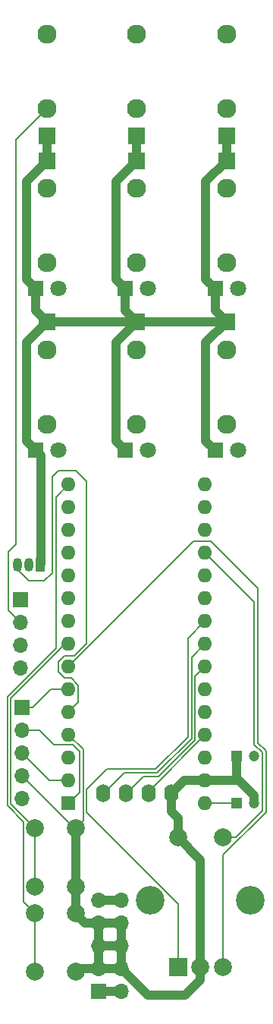
<source format=gbr>
%TF.GenerationSoftware,KiCad,Pcbnew,6.0.11-2627ca5db0~126~ubuntu22.04.1*%
%TF.CreationDate,2023-10-17T21:27:58+03:00*%
%TF.ProjectId,gtoe,67746f65-2e6b-4696-9361-645f70636258,rev?*%
%TF.SameCoordinates,Original*%
%TF.FileFunction,Copper,L1,Top*%
%TF.FilePolarity,Positive*%
%FSLAX46Y46*%
G04 Gerber Fmt 4.6, Leading zero omitted, Abs format (unit mm)*
G04 Created by KiCad (PCBNEW 6.0.11-2627ca5db0~126~ubuntu22.04.1) date 2023-10-17 21:27:58*
%MOMM*%
%LPD*%
G01*
G04 APERTURE LIST*
%TA.AperFunction,ComponentPad*%
%ADD10O,1.600000X2.000000*%
%TD*%
%TA.AperFunction,ComponentPad*%
%ADD11O,1.700000X1.700000*%
%TD*%
%TA.AperFunction,ComponentPad*%
%ADD12R,1.700000X1.700000*%
%TD*%
%TA.AperFunction,ComponentPad*%
%ADD13R,1.600000X1.600000*%
%TD*%
%TA.AperFunction,ComponentPad*%
%ADD14O,1.600000X1.600000*%
%TD*%
%TA.AperFunction,ComponentPad*%
%ADD15R,1.930000X1.830000*%
%TD*%
%TA.AperFunction,ComponentPad*%
%ADD16C,2.130000*%
%TD*%
%TA.AperFunction,ComponentPad*%
%ADD17C,2.000000*%
%TD*%
%TA.AperFunction,ComponentPad*%
%ADD18R,1.800000X1.800000*%
%TD*%
%TA.AperFunction,ComponentPad*%
%ADD19C,1.800000*%
%TD*%
%TA.AperFunction,ComponentPad*%
%ADD20C,3.200000*%
%TD*%
%TA.AperFunction,ComponentPad*%
%ADD21R,2.000000X2.000000*%
%TD*%
%TA.AperFunction,ComponentPad*%
%ADD22R,1.200000X1.200000*%
%TD*%
%TA.AperFunction,ComponentPad*%
%ADD23C,1.200000*%
%TD*%
%TA.AperFunction,ComponentPad*%
%ADD24R,1.050000X1.500000*%
%TD*%
%TA.AperFunction,ComponentPad*%
%ADD25O,1.050000X1.500000*%
%TD*%
%TA.AperFunction,Conductor*%
%ADD26C,0.200000*%
%TD*%
%TA.AperFunction,Conductor*%
%ADD27C,1.000000*%
%TD*%
G04 APERTURE END LIST*
D10*
%TO.P,Screen,4,SDA*%
%TO.N,I2C SDA*%
X111000000Y-126100000D03*
%TO.P,Screen,3,SCL*%
%TO.N,I2C SCL*%
X113541000Y-126100000D03*
%TO.P,Screen,2,VCC*%
%TO.N,+5V*%
X116081000Y-126100000D03*
%TO.P,Screen,1,GND*%
%TO.N,GND*%
X118621000Y-126100000D03*
%TD*%
D11*
%TO.P,MIDI,5,Pin_5*%
%TO.N,+5V*%
X102000000Y-126685000D03*
%TO.P,MIDI,4,Pin_4*%
%TO.N,GND*%
X102000000Y-124145000D03*
%TO.P,MIDI,3,Pin_3*%
%TO.N,Serial In*%
X102000000Y-121605000D03*
%TO.P,MIDI,2,Pin_2*%
%TO.N,Serial Out*%
X102000000Y-119065000D03*
D12*
%TO.P,MIDI,1,Pin_1*%
%TO.N,24ppqn OUT*%
X102000000Y-116525000D03*
%TD*%
D13*
%TO.P,A1,1,D1/TX*%
%TO.N,Serial Out*%
X107175000Y-127200000D03*
D14*
%TO.P,A1,2,D0/RX*%
%TO.N,Serial In*%
X107175000Y-124660000D03*
%TO.P,A1,3,~{RESET}*%
%TO.N,unconnected-(A1-Pad3)*%
X107175000Y-122120000D03*
%TO.P,A1,4,GND*%
%TO.N,GND*%
X107175000Y-119580000D03*
%TO.P,A1,5,D2*%
%TO.N,DIGITAL INPUT*%
X107175000Y-117040000D03*
%TO.P,A1,6,D3*%
%TO.N,24ppqn OUT*%
X107175000Y-114500000D03*
%TO.P,A1,7,D4*%
%TO.N,ENC_D2*%
X107175000Y-111960000D03*
%TO.P,A1,8,D5*%
%TO.N,START STOP BTN*%
X107175000Y-109420000D03*
%TO.P,A1,9,D6*%
%TO.N,Channel 4*%
X107175000Y-106880000D03*
%TO.P,A1,10,D7*%
%TO.N,Channel 1*%
X107175000Y-104340000D03*
%TO.P,A1,11,D8*%
%TO.N,Channel 2*%
X107175000Y-101800000D03*
%TO.P,A1,12,D9*%
%TO.N,Channel 5*%
X107175000Y-99260000D03*
%TO.P,A1,13,D10*%
%TO.N,Channel 3*%
X107175000Y-96720000D03*
%TO.P,A1,14,D11*%
%TO.N,Channel 6*%
X107175000Y-94180000D03*
%TO.P,A1,15,D12*%
%TO.N,SHIFT BTN*%
X107175000Y-91640000D03*
%TO.P,A1,16,D13*%
%TO.N,unconnected-(A1-Pad16)*%
X122415000Y-91640000D03*
%TO.P,A1,17,3V3*%
%TO.N,unconnected-(A1-Pad17)*%
X122415000Y-94180000D03*
%TO.P,A1,18,AREF*%
%TO.N,unconnected-(A1-Pad18)*%
X122415000Y-96720000D03*
%TO.P,A1,19,A0*%
%TO.N,ENC_BTN*%
X122415000Y-99260000D03*
%TO.P,A1,20,A1*%
%TO.N,unconnected-(A1-Pad20)*%
X122415000Y-101800000D03*
%TO.P,A1,21,A2*%
%TO.N,unconnected-(A1-Pad21)*%
X122415000Y-104340000D03*
%TO.P,A1,22,A3*%
%TO.N,ENC_D1*%
X122415000Y-106880000D03*
%TO.P,A1,23,A4*%
%TO.N,I2C SDA*%
X122415000Y-109420000D03*
%TO.P,A1,24,A5*%
%TO.N,I2C SCL*%
X122415000Y-111960000D03*
%TO.P,A1,25,A6*%
%TO.N,CV2 INPUT*%
X122415000Y-114500000D03*
%TO.P,A1,26,A7*%
%TO.N,CV1 INPUT*%
X122415000Y-117040000D03*
%TO.P,A1,27,+5V*%
%TO.N,+5V*%
X122415000Y-119580000D03*
%TO.P,A1,28,~{RESET}*%
%TO.N,unconnected-(A1-Pad28)*%
X122415000Y-122120000D03*
%TO.P,A1,29,GND*%
%TO.N,GND*%
X122415000Y-124660000D03*
%TO.P,A1,30,VIN*%
%TO.N,+12V*%
X122415000Y-127200000D03*
%TD*%
D15*
%TO.P,J9,S*%
%TO.N,GND*%
X124800000Y-52780000D03*
D16*
%TO.P,J9,T*%
%TO.N,Net-(J9-PadT)*%
X124800000Y-41380000D03*
%TO.P,J9,TN*%
%TO.N,Net-(J9-PadTN)*%
X124800000Y-49680000D03*
%TD*%
D17*
%TO.P,SW3,2*%
%TO.N,GND*%
X107950000Y-146000000D03*
X107950000Y-139500000D03*
%TO.P,SW3,1*%
%TO.N,SHIFT BTN*%
X103450000Y-139500000D03*
X103450000Y-146000000D03*
%TD*%
D18*
%TO.P,D5,1,K*%
%TO.N,GND*%
X113530000Y-87800000D03*
D19*
%TO.P,D5,2,A*%
%TO.N,Net-(D5-Pad2)*%
X116070000Y-87800000D03*
%TD*%
D15*
%TO.P,J2,S*%
%TO.N,GND*%
X114800000Y-55520000D03*
D16*
%TO.P,J2,T*%
%TO.N,Net-(J2-PadT)*%
X114800000Y-66920000D03*
%TO.P,J2,TN*%
%TO.N,unconnected-(J2-PadTN)*%
X114800000Y-58620000D03*
%TD*%
D15*
%TO.P,J5,S*%
%TO.N,GND*%
X114800000Y-73520000D03*
D16*
%TO.P,J5,T*%
%TO.N,Net-(J5-PadT)*%
X114800000Y-84920000D03*
%TO.P,J5,TN*%
%TO.N,unconnected-(J5-PadTN)*%
X114800000Y-76620000D03*
%TD*%
D18*
%TO.P,D4,1,K*%
%TO.N,GND*%
X103530000Y-87800000D03*
D19*
%TO.P,D4,2,A*%
%TO.N,Net-(D4-Pad2)*%
X106070000Y-87800000D03*
%TD*%
D18*
%TO.P,D3,1,K*%
%TO.N,GND*%
X123530000Y-69800000D03*
D19*
%TO.P,D3,2,A*%
%TO.N,Net-(D3-Pad2)*%
X126070000Y-69800000D03*
%TD*%
D15*
%TO.P,J3,S*%
%TO.N,GND*%
X124800000Y-55520000D03*
D16*
%TO.P,J3,T*%
%TO.N,Net-(J3-PadT)*%
X124800000Y-66920000D03*
%TO.P,J3,TN*%
%TO.N,unconnected-(J3-PadTN)*%
X124800000Y-58620000D03*
%TD*%
D18*
%TO.P,D2,1,K*%
%TO.N,GND*%
X113530000Y-69800000D03*
D19*
%TO.P,D2,2,A*%
%TO.N,Net-(D2-Pad2)*%
X116070000Y-69800000D03*
%TD*%
D17*
%TO.P,SW2,S2,S2*%
%TO.N,GND*%
X119400000Y-131000000D03*
%TO.P,SW2,S1,S1*%
%TO.N,ENC_BTN*%
X124400000Y-131000000D03*
D20*
%TO.P,SW2,MP*%
%TO.N,N/C*%
X127500000Y-138000000D03*
X116300000Y-138000000D03*
D17*
%TO.P,SW2,C,C*%
%TO.N,GND*%
X121900000Y-145500000D03*
%TO.P,SW2,B,B*%
%TO.N,ENC_D2*%
X124400000Y-145500000D03*
D21*
%TO.P,SW2,A,A*%
%TO.N,ENC_D1*%
X119400000Y-145500000D03*
%TD*%
D15*
%TO.P,J8,S*%
%TO.N,GND*%
X114800000Y-52780000D03*
D16*
%TO.P,J8,T*%
%TO.N,Net-(J8-PadT)*%
X114800000Y-41380000D03*
%TO.P,J8,TN*%
%TO.N,Net-(J8-PadTN)*%
X114800000Y-49680000D03*
%TD*%
D15*
%TO.P,J6,S*%
%TO.N,GND*%
X124800000Y-73520000D03*
D16*
%TO.P,J6,T*%
%TO.N,Net-(J6-PadT)*%
X124800000Y-84920000D03*
%TO.P,J6,TN*%
%TO.N,unconnected-(J6-PadTN)*%
X124800000Y-76620000D03*
%TD*%
D15*
%TO.P,J1,S*%
%TO.N,GND*%
X104800000Y-55520000D03*
D16*
%TO.P,J1,T*%
%TO.N,Net-(J1-PadT)*%
X104800000Y-66920000D03*
%TO.P,J1,TN*%
%TO.N,unconnected-(J1-PadTN)*%
X104800000Y-58620000D03*
%TD*%
D18*
%TO.P,D6,1,K*%
%TO.N,GND*%
X123530000Y-87800000D03*
D19*
%TO.P,D6,2,A*%
%TO.N,Net-(D6-Pad2)*%
X126070000Y-87800000D03*
%TD*%
D18*
%TO.P,D1,1,K*%
%TO.N,GND*%
X103530000Y-69800000D03*
D19*
%TO.P,D1,2,A*%
%TO.N,Net-(D1-Pad2)*%
X106070000Y-69800000D03*
%TD*%
D15*
%TO.P,J4,S*%
%TO.N,GND*%
X104800000Y-73520000D03*
D16*
%TO.P,J4,T*%
%TO.N,Net-(J4-PadT)*%
X104800000Y-84920000D03*
%TO.P,J4,TN*%
%TO.N,unconnected-(J4-PadTN)*%
X104800000Y-76620000D03*
%TD*%
D15*
%TO.P,J7,S*%
%TO.N,GND*%
X104800000Y-52780000D03*
D16*
%TO.P,J7,T*%
%TO.N,Net-(J7-PadT)*%
X104800000Y-41380000D03*
%TO.P,J7,TN*%
%TO.N,DIGITAL INPUT PIN*%
X104800000Y-49680000D03*
%TD*%
D17*
%TO.P,SW1,2*%
%TO.N,GND*%
X107950000Y-136500000D03*
X107950000Y-130000000D03*
%TO.P,SW1,1*%
%TO.N,START STOP BTN*%
X103450000Y-130000000D03*
X103450000Y-136500000D03*
%TD*%
D22*
%TO.P,C1,1*%
%TO.N,+12V*%
X125900000Y-127200000D03*
D23*
%TO.P,C1,2*%
%TO.N,GND*%
X127900000Y-127200000D03*
%TD*%
D12*
%TO.P,LINK,1,Pin_1*%
%TO.N,GND*%
X101800000Y-104450000D03*
D11*
%TO.P,LINK,2,Pin_2*%
%TO.N,DIGITAL INPUT PIN*%
X101800000Y-106990000D03*
%TO.P,LINK,3,Pin_3*%
%TO.N,24ppqn OUT*%
X101800000Y-109530000D03*
%TO.P,LINK,4,Pin_4*%
%TO.N,GND*%
X101800000Y-112070000D03*
%TD*%
D22*
%TO.P,C2,1*%
%TO.N,GND*%
X125900000Y-121900000D03*
D23*
%TO.P,C2,2*%
%TO.N,-12V*%
X127900000Y-121900000D03*
%TD*%
D24*
%TO.P,Q1,1,E*%
%TO.N,GND*%
X104020000Y-100610000D03*
D25*
%TO.P,Q1,2,B*%
%TO.N,Net-(D7-Pad1)*%
X102750000Y-100610000D03*
%TO.P,Q1,3,C*%
%TO.N,DIGITAL INPUT*%
X101480000Y-100610000D03*
%TD*%
D12*
%TO.P,J10,1,Pin_1*%
%TO.N,Net-(D12-Pad1)*%
X110525000Y-148160000D03*
D11*
%TO.P,J10,2,Pin_2*%
X113065000Y-148160000D03*
%TO.P,J10,3,Pin_3*%
%TO.N,GND*%
X110525000Y-145620000D03*
%TO.P,J10,4,Pin_4*%
X113065000Y-145620000D03*
%TO.P,J10,5,Pin_5*%
X110525000Y-143080000D03*
%TO.P,J10,6,Pin_6*%
X113065000Y-143080000D03*
%TO.P,J10,7,Pin_7*%
X110525000Y-140540000D03*
%TO.P,J10,8,Pin_8*%
X113065000Y-140540000D03*
%TO.P,J10,9,Pin_9*%
%TO.N,Net-(D13-Pad2)*%
X110525000Y-138000000D03*
%TO.P,J10,10,Pin_10*%
X113065000Y-138000000D03*
%TD*%
D26*
%TO.N,Serial Out*%
X103900000Y-119050000D02*
X103885000Y-119065000D01*
X107175000Y-127200000D02*
X108400000Y-125975000D01*
X108400000Y-125975000D02*
X108400000Y-121400000D01*
X108400000Y-121400000D02*
X107680000Y-120680000D01*
X107680000Y-120680000D02*
X105530000Y-120680000D01*
X105530000Y-120680000D02*
X103900000Y-119050000D01*
X103885000Y-119065000D02*
X102000000Y-119065000D01*
%TO.N,Serial In*%
X107175000Y-124660000D02*
X105055000Y-124660000D01*
X105055000Y-124660000D02*
X102000000Y-121605000D01*
D27*
%TO.N,GND*%
X104100000Y-88370000D02*
X103530000Y-87800000D01*
X124800000Y-55520000D02*
X122500000Y-57820000D01*
D26*
X102000000Y-124145000D02*
X107855000Y-130000000D01*
D27*
X113065000Y-145620000D02*
X116045000Y-148600000D01*
X104020000Y-100610000D02*
X104100000Y-100530000D01*
X113530000Y-69800000D02*
X113530000Y-72250000D01*
X112500000Y-86770000D02*
X113530000Y-87800000D01*
X116045000Y-148600000D02*
X120214213Y-148600000D01*
X114800000Y-73520000D02*
X104800000Y-73520000D01*
X104800000Y-73520000D02*
X102500000Y-75820000D01*
X102500000Y-75820000D02*
X102500000Y-86770000D01*
X112500000Y-68770000D02*
X113530000Y-69800000D01*
X102500000Y-57820000D02*
X102500000Y-68770000D01*
X110525000Y-145620000D02*
X110525000Y-143080000D01*
X122415000Y-124660000D02*
X126208528Y-124660000D01*
X110525000Y-140540000D02*
X110525000Y-143080000D01*
X103530000Y-72250000D02*
X104800000Y-73520000D01*
X126208528Y-124660000D02*
X127900000Y-126351472D01*
X124800000Y-73520000D02*
X114800000Y-73520000D01*
X107950000Y-136500000D02*
X107950000Y-130000000D01*
X122415000Y-124660000D02*
X120061000Y-124660000D01*
X113065000Y-143080000D02*
X113065000Y-145620000D01*
X123530000Y-72250000D02*
X124800000Y-73520000D01*
X114800000Y-55520000D02*
X112500000Y-57820000D01*
X122500000Y-57820000D02*
X122500000Y-68770000D01*
X113065000Y-140540000D02*
X110525000Y-140540000D01*
X114800000Y-52780000D02*
X114800000Y-55520000D01*
X102500000Y-86770000D02*
X103530000Y-87800000D01*
X123530000Y-69800000D02*
X123530000Y-72250000D01*
X110525000Y-145620000D02*
X108330000Y-145620000D01*
D26*
X108800000Y-121205000D02*
X107175000Y-119580000D01*
D27*
X121900000Y-145500000D02*
X121900000Y-133500000D01*
X110525000Y-143080000D02*
X113065000Y-143080000D01*
X125900000Y-124351472D02*
X126208528Y-124660000D01*
X124800000Y-52780000D02*
X124800000Y-55520000D01*
X124800000Y-73520000D02*
X122500000Y-75820000D01*
X127900000Y-126351472D02*
X127900000Y-127200000D01*
X121900000Y-133500000D02*
X119400000Y-131000000D01*
X120214213Y-148600000D02*
X121900000Y-146914213D01*
X121900000Y-146914213D02*
X121900000Y-145500000D01*
X108990000Y-140540000D02*
X107950000Y-139500000D01*
X122500000Y-86770000D02*
X123530000Y-87800000D01*
X103530000Y-69800000D02*
X103530000Y-72250000D01*
X119400000Y-131000000D02*
X119400000Y-128879000D01*
X122500000Y-68770000D02*
X123530000Y-69800000D01*
X112500000Y-57820000D02*
X112500000Y-68770000D01*
X102500000Y-68770000D02*
X103530000Y-69800000D01*
D26*
X107855000Y-130000000D02*
X107950000Y-130000000D01*
D27*
X122500000Y-75820000D02*
X122500000Y-86770000D01*
X113065000Y-145620000D02*
X110525000Y-145620000D01*
X104800000Y-52780000D02*
X104800000Y-55520000D01*
X113065000Y-143080000D02*
X113065000Y-140540000D01*
X110525000Y-140540000D02*
X108990000Y-140540000D01*
X108330000Y-145620000D02*
X107950000Y-146000000D01*
X112500000Y-75820000D02*
X112500000Y-86770000D01*
X114800000Y-73520000D02*
X112500000Y-75820000D01*
X118621000Y-128100000D02*
X118621000Y-126100000D01*
X119400000Y-128879000D02*
X118621000Y-128100000D01*
X120061000Y-124660000D02*
X118621000Y-126100000D01*
X107950000Y-139500000D02*
X107950000Y-136500000D01*
X104800000Y-55520000D02*
X102500000Y-57820000D01*
X104100000Y-100530000D02*
X104100000Y-88370000D01*
X113530000Y-72250000D02*
X114800000Y-73520000D01*
D26*
X108800000Y-129150000D02*
X108800000Y-121205000D01*
D27*
X125900000Y-121900000D02*
X125900000Y-124351472D01*
D26*
X107950000Y-130000000D02*
X108800000Y-129150000D01*
%TO.N,DIGITAL INPUT*%
X107175000Y-117040000D02*
X108275000Y-115940000D01*
X106750000Y-113250000D02*
X106075000Y-112575000D01*
X107819314Y-110750000D02*
X109150000Y-109419314D01*
X109150000Y-109419314D02*
X109150000Y-91250000D01*
X105350000Y-101500000D02*
X104450000Y-102400000D01*
X109150000Y-91250000D02*
X108000000Y-90100000D01*
X108000000Y-90100000D02*
X106050000Y-90100000D01*
X106075000Y-112575000D02*
X106075000Y-111425000D01*
X106050000Y-90100000D02*
X105350000Y-90800000D01*
X106075000Y-111425000D02*
X106750000Y-110750000D01*
X108275000Y-115940000D02*
X108275000Y-114044365D01*
X105350000Y-90800000D02*
X105350000Y-101500000D01*
X102750000Y-102400000D02*
X101480000Y-101130000D01*
X106750000Y-110750000D02*
X107819314Y-110750000D01*
X104450000Y-102400000D02*
X102750000Y-102400000D01*
X108275000Y-114044365D02*
X107480635Y-113250000D01*
X107480635Y-113250000D02*
X106750000Y-113250000D01*
%TO.N,ENC_D2*%
X129200000Y-128179898D02*
X129200000Y-121361521D01*
X128300000Y-103200000D02*
X123100000Y-98000000D01*
X121135000Y-98000000D02*
X107175000Y-111960000D01*
X124400000Y-145500000D02*
X124400000Y-132979899D01*
X124400000Y-132979899D02*
X129200000Y-128179898D01*
X123100000Y-98000000D02*
X121135000Y-98000000D01*
X129200000Y-121361521D02*
X128300000Y-120461521D01*
X128300000Y-120461521D02*
X128300000Y-103200000D01*
%TO.N,ENC_D1*%
X116897943Y-123400000D02*
X120514658Y-119783285D01*
X109200000Y-128212994D02*
X109200000Y-125700000D01*
X109200000Y-125700000D02*
X111500000Y-123400000D01*
X111500000Y-123400000D02*
X116897943Y-123400000D01*
X119400000Y-145500000D02*
X119400000Y-138412994D01*
X120514658Y-119783285D02*
X120514658Y-108780342D01*
X119400000Y-138412994D02*
X109200000Y-128212994D01*
X120514658Y-108780342D02*
X122415000Y-106880000D01*
%TO.N,START STOP BTN*%
X106830000Y-109420000D02*
X107175000Y-109420000D01*
X100750000Y-127300000D02*
X100750000Y-115500000D01*
X103450000Y-136500000D02*
X103450000Y-130000000D01*
X100750000Y-115500000D02*
X106830000Y-109420000D01*
X103450000Y-130000000D02*
X100750000Y-127300000D01*
%TO.N,SHIFT BTN*%
X102150000Y-129265686D02*
X102150000Y-138200000D01*
X102150000Y-138200000D02*
X103450000Y-139500000D01*
X105750000Y-109909314D02*
X100350000Y-115309314D01*
X105750000Y-93065000D02*
X105750000Y-109909314D01*
X100350000Y-115309314D02*
X100350000Y-127465686D01*
X107175000Y-91640000D02*
X105750000Y-93065000D01*
X100350000Y-127465686D02*
X102150000Y-129265686D01*
X103450000Y-146000000D02*
X103450000Y-139500000D01*
%TO.N,24ppqn OUT*%
X107175000Y-114500000D02*
X105200000Y-114500000D01*
X105200000Y-114500000D02*
X103175000Y-116525000D01*
X103175000Y-116525000D02*
X102000000Y-116525000D01*
%TO.N,ENC_BTN*%
X125814213Y-131000000D02*
X128800000Y-128014213D01*
X127900000Y-104745000D02*
X122415000Y-99260000D01*
X128800000Y-128014213D02*
X128800000Y-121527207D01*
X127900000Y-120627207D02*
X127900000Y-104745000D01*
X128800000Y-121527207D02*
X127900000Y-120627207D01*
X124400000Y-131000000D02*
X125814213Y-131000000D01*
%TO.N,I2C SDA*%
X117063629Y-123800000D02*
X113403000Y-123800000D01*
X113403000Y-123800000D02*
X111000000Y-126203000D01*
X122415000Y-109420000D02*
X120914658Y-110920342D01*
X120914658Y-119948971D02*
X117063629Y-123800000D01*
X120914658Y-110920342D02*
X120914658Y-119948971D01*
%TO.N,I2C SCL*%
X122415000Y-111960000D02*
X121314658Y-113060342D01*
X121314658Y-113060342D02*
X121314658Y-120114657D01*
X121314658Y-120114657D02*
X117229315Y-124200000D01*
X117229315Y-124200000D02*
X115543000Y-124200000D01*
X115543000Y-124200000D02*
X113541000Y-126202000D01*
%TO.N,+5V*%
X122415000Y-119580000D02*
X116081000Y-125914000D01*
%TO.N,+12V*%
X125900000Y-127200000D02*
X122415000Y-127200000D01*
%TO.N,DIGITAL INPUT PIN*%
X101300000Y-53180000D02*
X104800000Y-49680000D01*
X101800000Y-106990000D02*
X100450000Y-105640000D01*
X100450000Y-99150000D02*
X101300000Y-98300000D01*
X101300000Y-98300000D02*
X101300000Y-53180000D01*
X100450000Y-105640000D02*
X100450000Y-99150000D01*
D27*
%TO.N,Net-(D12-Pad1)*%
X113065000Y-148160000D02*
X110525000Y-148160000D01*
%TO.N,Net-(D13-Pad2)*%
X113065000Y-138000000D02*
X110525000Y-138000000D01*
%TD*%
M02*

</source>
